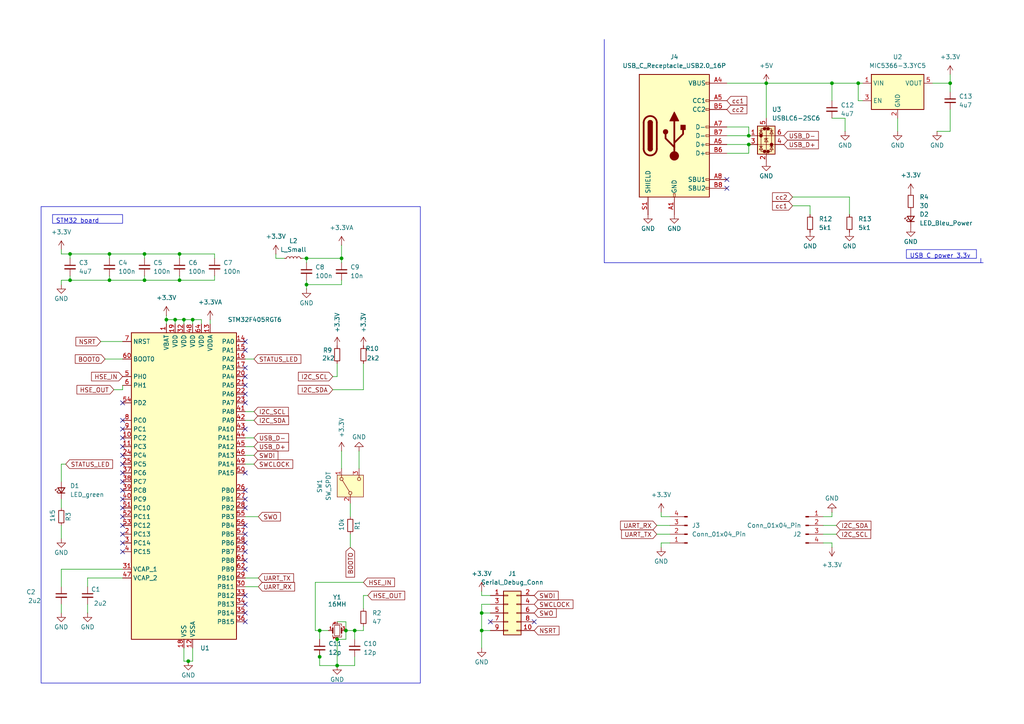
<source format=kicad_sch>
(kicad_sch (version 20231120) (generator "eeschema") (generator_version "8.0")
  (paper "A4")
  (lib_symbols
    (symbol "Connector:Conn_01x04_Pin" (pin_names (offset 1.016) hide)
      (property "Reference" "J" (at 0 5.08 0))
      (property "Value" "Conn_01x04_Pin" (at 0 -7.62 0))
      (symbol "Conn_01x04_Pin_1_1"
        (polyline (pts (xy 1.27 -5.08) (xy 0.8636 -5.08)) (stroke (width 0.1524)))
        (polyline (pts (xy 1.27 -2.54) (xy 0.8636 -2.54)) (stroke (width 0.1524)))
        (polyline (pts (xy 1.27 0) (xy 0.8636 0)) (stroke (width 0.1524)))
        (polyline (pts (xy 1.27 2.54) (xy 0.8636 2.54)) (stroke (width 0.1524)))
        (rectangle (start 0.8636 -4.953) (end 0 -5.207) (stroke (width 0.1524)) (fill (type outline)))
        (rectangle (start 0.8636 -2.413) (end 0 -2.667) (stroke (width 0.1524)) (fill (type outline)))
        (rectangle (start 0.8636 0.127) (end 0 -0.127) (stroke (width 0.1524)) (fill (type outline)))
        (rectangle (start 0.8636 2.667) (end 0 2.413) (stroke (width 0.1524)) (fill (type outline)))
        (pin passive line (at 5.08 2.54 180) (length 3.81) (name "Pin_1") (number "1"))
        (pin passive line (at 5.08 0 180) (length 3.81) (name "Pin_2") (number "2"))
        (pin passive line (at 5.08 -2.54 180) (length 3.81) (name "Pin_3") (number "3"))
        (pin passive line (at 5.08 -5.08 180) (length 3.81) (name "Pin_4") (number "4"))
      )
    )
    (symbol "Connector:USB_C_Receptacle_USB2.0_16P" (pin_names (offset 1.016))
      (property "Reference" "J" (at 0 22.225 0))
      (property "Value" "USB_C_Receptacle_USB2.0_16P" (at 0 19.685 0))
      (symbol "USB_C_Receptacle_USB2.0_16P_0_0"
        (rectangle (start -0.254 -17.78) (end 0.254 -16.764))
        (rectangle (start 10.16 -14.986) (end 9.144 -15.494))
        (rectangle (start 10.16 -12.446) (end 9.144 -12.954))
        (rectangle (start 10.16 -4.826) (end 9.144 -5.334))
        (rectangle (start 10.16 -2.286) (end 9.144 -2.794))
        (rectangle (start 10.16 0.254) (end 9.144 -0.254))
        (rectangle (start 10.16 2.794) (end 9.144 2.286))
        (rectangle (start 10.16 7.874) (end 9.144 7.366))
        (rectangle (start 10.16 10.414) (end 9.144 9.906))
        (rectangle (start 10.16 15.494) (end 9.144 14.986))
      )
      (symbol "USB_C_Receptacle_USB2.0_16P_0_1"
        (rectangle (start -10.16 17.78) (end 10.16 -17.78) (stroke (width 0.254)) (fill (type background)))
        (arc (start -8.89 -3.81) (mid -6.985 -5.7067) (end -5.08 -3.81) (stroke (width 0.508)))
        (arc (start -7.62 -3.81) (mid -6.985 -4.4423) (end -6.35 -3.81) (stroke (width 0.254)))
        (arc (start -7.62 -3.81) (mid -6.985 -4.4423) (end -6.35 -3.81) (stroke (width 0.254)) (fill (type outline)))
        (rectangle (start -7.62 -3.81) (end -6.35 3.81) (stroke (width 0.254)) (fill (type outline)))
        (arc (start -6.35 3.81) (mid -6.985 4.4423) (end -7.62 3.81) (stroke (width 0.254)))
        (arc (start -6.35 3.81) (mid -6.985 4.4423) (end -7.62 3.81) (stroke (width 0.254)) (fill (type outline)))
        (arc (start -5.08 3.81) (mid -6.985 5.7067) (end -8.89 3.81) (stroke (width 0.508)))
        (circle (center -2.54 1.143) (radius 0.635) (stroke (width 0.254)) (fill (type outline)))
        (circle (center 0 -5.842) (radius 1.27) (fill (type outline)))
        (polyline (pts (xy -8.89 -3.81) (xy -8.89 3.81)) (stroke (width 0.508)))
        (polyline (pts (xy -5.08 3.81) (xy -5.08 -3.81)) (stroke (width 0.508)))
        (polyline (pts (xy 0 -5.842) (xy 0 4.318)) (stroke (width 0.508)))
        (polyline (pts (xy 0 -3.302) (xy -2.54 -0.762) (xy -2.54 0.508)) (stroke (width 0.508)))
        (polyline (pts (xy 0 -2.032) (xy 2.54 0.508) (xy 2.54 1.778)) (stroke (width 0.508)))
        (polyline (pts (xy -1.27 4.318) (xy 0 6.858) (xy 1.27 4.318) (xy -1.27 4.318)) (stroke (width 0.254)) (fill (type outline)))
        (rectangle (start 1.905 1.778) (end 3.175 3.048) (stroke (width 0.254)) (fill (type outline)))
      )
      (symbol "USB_C_Receptacle_USB2.0_16P_1_1"
        (pin passive line (at 0 -22.86 90) (length 5.08) (name "GND") (number "A1"))
        (pin passive line (at 0 -22.86 90) (length 5.08) hide (name "GND") (number "A12"))
        (pin passive line (at 15.24 15.24 180) (length 5.08) (name "VBUS") (number "A4"))
        (pin bidirectional line (at 15.24 10.16 180) (length 5.08) (name "CC1") (number "A5"))
        (pin bidirectional line (at 15.24 -2.54 180) (length 5.08) (name "D+") (number "A6"))
        (pin bidirectional line (at 15.24 2.54 180) (length 5.08) (name "D-") (number "A7"))
        (pin bidirectional line (at 15.24 -12.7 180) (length 5.08) (name "SBU1") (number "A8"))
        (pin passive line (at 15.24 15.24 180) (length 5.08) hide (name "VBUS") (number "A9"))
        (pin passive line (at 0 -22.86 90) (length 5.08) hide (name "GND") (number "B1"))
        (pin passive line (at 0 -22.86 90) (length 5.08) hide (name "GND") (number "B12"))
        (pin passive line (at 15.24 15.24 180) (length 5.08) hide (name "VBUS") (number "B4"))
        (pin bidirectional line (at 15.24 7.62 180) (length 5.08) (name "CC2") (number "B5"))
        (pin bidirectional line (at 15.24 -5.08 180) (length 5.08) (name "D+") (number "B6"))
        (pin bidirectional line (at 15.24 0 180) (length 5.08) (name "D-") (number "B7"))
        (pin bidirectional line (at 15.24 -15.24 180) (length 5.08) (name "SBU2") (number "B8"))
        (pin passive line (at 15.24 15.24 180) (length 5.08) hide (name "VBUS") (number "B9"))
        (pin passive line (at -7.62 -22.86 90) (length 5.08) (name "SHIELD") (number "S1"))
      )
    )
    (symbol "Connector_Generic:Conn_02x05_Odd_Even" (pin_names (offset 1.016) hide)
      (property "Reference" "J" (at 1.27 7.62 0))
      (property "Value" "Conn_02x05_Odd_Even" (at 1.27 -7.62 0))
      (symbol "Conn_02x05_Odd_Even_1_1"
        (rectangle (start -1.27 -4.953) (end 0 -5.207) (stroke (width 0.1524)))
        (rectangle (start -1.27 -2.413) (end 0 -2.667) (stroke (width 0.1524)))
        (rectangle (start -1.27 0.127) (end 0 -0.127) (stroke (width 0.1524)))
        (rectangle (start -1.27 2.667) (end 0 2.413) (stroke (width 0.1524)))
        (rectangle (start -1.27 5.207) (end 0 4.953) (stroke (width 0.1524)))
        (rectangle (start -1.27 6.35) (end 3.81 -6.35) (stroke (width 0.254)) (fill (type background)))
        (rectangle (start 3.81 -4.953) (end 2.54 -5.207) (stroke (width 0.1524)))
        (rectangle (start 3.81 -2.413) (end 2.54 -2.667) (stroke (width 0.1524)))
        (rectangle (start 3.81 0.127) (end 2.54 -0.127) (stroke (width 0.1524)))
        (rectangle (start 3.81 2.667) (end 2.54 2.413) (stroke (width 0.1524)))
        (rectangle (start 3.81 5.207) (end 2.54 4.953) (stroke (width 0.1524)))
        (pin passive line (at -5.08 5.08 0) (length 3.81) (name "Pin_1") (number "1"))
        (pin passive line (at 7.62 -5.08 180) (length 3.81) (name "Pin_10") (number "10"))
        (pin passive line (at 7.62 5.08 180) (length 3.81) (name "Pin_2") (number "2"))
        (pin passive line (at -5.08 2.54 0) (length 3.81) (name "Pin_3") (number "3"))
        (pin passive line (at 7.62 2.54 180) (length 3.81) (name "Pin_4") (number "4"))
        (pin passive line (at -5.08 0 0) (length 3.81) (name "Pin_5") (number "5"))
        (pin passive line (at 7.62 0 180) (length 3.81) (name "Pin_6") (number "6"))
        (pin passive line (at -5.08 -2.54 0) (length 3.81) (name "Pin_7") (number "7"))
        (pin passive line (at 7.62 -2.54 180) (length 3.81) (name "Pin_8") (number "8"))
        (pin passive line (at -5.08 -5.08 0) (length 3.81) (name "Pin_9") (number "9"))
      )
    )
    (symbol "Device:C_Small" (pin_numbers hide) (pin_names (offset 0.254) hide)
      (property "Reference" "C" (at 0.254 1.778 0))
      (property "Value" "C_Small" (at 0.254 -2.032 0))
      (symbol "C_Small_0_1"
        (polyline (pts (xy -1.524 -0.508) (xy 1.524 -0.508)) (stroke (width 0.3302)))
        (polyline (pts (xy -1.524 0.508) (xy 1.524 0.508)) (stroke (width 0.3048)))
      )
      (symbol "C_Small_1_1"
        (pin passive line (at 0 2.54 270) (length 2.032) (name "~") (number "1"))
        (pin passive line (at 0 -2.54 90) (length 2.032) (name "~") (number "2"))
      )
    )
    (symbol "Device:Crystal_GND24_Small" (pin_names (offset 1.016) hide)
      (property "Reference" "Y" (at 1.27 4.445 0))
      (property "Value" "Crystal_GND24_Small" (at 1.27 2.54 0))
      (symbol "Crystal_GND24_Small_0_1"
        (rectangle (start -0.762 -1.524) (end 0.762 1.524))
        (polyline (pts (xy -1.27 -0.762) (xy -1.27 0.762)) (stroke (width 0.381)))
        (polyline (pts (xy 1.27 -0.762) (xy 1.27 0.762)) (stroke (width 0.381)))
        (polyline (pts (xy -1.27 -1.27) (xy -1.27 -1.905) (xy 1.27 -1.905) (xy 1.27 -1.27)))
        (polyline (pts (xy -1.27 1.27) (xy -1.27 1.905) (xy 1.27 1.905) (xy 1.27 1.27)))
      )
      (symbol "Crystal_GND24_Small_1_1"
        (pin passive line (at -2.54 0 0) (length 1.27) (name "1") (number "1"))
        (pin passive line (at 0 -2.54 90) (length 0.635) (name "2") (number "2"))
        (pin passive line (at 2.54 0 180) (length 1.27) (name "3") (number "3"))
        (pin passive line (at 0 2.54 270) (length 0.635) (name "4") (number "4"))
      )
    )
    (symbol "Device:LED_Small" (pin_numbers hide) (pin_names (offset 0.254) hide)
      (property "Reference" "D" (at -1.27 3.175 0))
      (property "Value" "LED_Small" (at -4.445 -2.54 0))
      (symbol "LED_Small_0_1"
        (polyline (pts (xy -0.762 -1.016) (xy -0.762 1.016)) (stroke (width 0.254)))
        (polyline (pts (xy 1.016 0) (xy -0.762 0)))
        (polyline (pts (xy 0.762 -1.016) (xy -0.762 0) (xy 0.762 1.016) (xy 0.762 -1.016)) (stroke (width 0.254)))
        (polyline (pts (xy 0 0.762) (xy -0.508 1.27) (xy -0.254 1.27) (xy -0.508 1.27) (xy -0.508 1.016)))
        (polyline (pts (xy 0.508 1.27) (xy 0 1.778) (xy 0.254 1.778) (xy 0 1.778) (xy 0 1.524)))
      )
      (symbol "LED_Small_1_1"
        (pin passive line (at -2.54 0 0) (length 1.778) (name "K") (number "1"))
        (pin passive line (at 2.54 0 180) (length 1.778) (name "A") (number "2"))
      )
    )
    (symbol "Device:L_Small" (pin_numbers hide) (pin_names (offset 0.254) hide)
      (property "Reference" "L" (at 0.762 1.016 0))
      (property "Value" "L_Small" (at 0.762 -1.016 0))
      (symbol "L_Small_0_1"
        (arc (start 0 -2.032) (mid 0.5058 -1.524) (end 0 -1.016))
        (arc (start 0 -1.016) (mid 0.5058 -0.508) (end 0 0))
        (arc (start 0 0) (mid 0.5058 0.508) (end 0 1.016))
        (arc (start 0 1.016) (mid 0.5058 1.524) (end 0 2.032))
      )
      (symbol "L_Small_1_1"
        (pin passive line (at 0 2.54 270) (length 0.508) (name "~") (number "1"))
        (pin passive line (at 0 -2.54 90) (length 0.508) (name "~") (number "2"))
      )
    )
    (symbol "Device:R_Small" (pin_numbers hide) (pin_names (offset 0.254) hide)
      (property "Reference" "R" (at 0.762 0.508 0))
      (property "Value" "R_Small" (at 0.762 -1.016 0))
      (symbol "R_Small_0_1"
        (rectangle (start -0.762 1.778) (end 0.762 -1.778) (stroke (width 0.2032)))
      )
      (symbol "R_Small_1_1"
        (pin passive line (at 0 2.54 270) (length 0.762) (name "~") (number "1"))
        (pin passive line (at 0 -2.54 90) (length 0.762) (name "~") (number "2"))
      )
    )
    (symbol "MCU_ST_STM32F4:STM32F405RGTx"
      (property "Reference" "U" (at -15.24 46.99 0))
      (property "Value" "STM32F405RGTx" (at 10.16 46.99 0))
      (symbol "STM32F405RGTx_0_1"
        (rectangle (start -15.24 -43.18) (end 15.24 45.72) (stroke (width 0.254)) (fill (type background)))
      )
      (symbol "STM32F405RGTx_1_1"
        (pin power_in line (at -5.08 48.26 270) (length 2.54) (name "VBAT") (number "1"))
        (pin bidirectional line (at -17.78 15.24 0) (length 2.54) (name "PC2") (number "10"))
        (pin bidirectional line (at -17.78 12.7 0) (length 2.54) (name "PC3") (number "11"))
        (pin power_in line (at 2.54 -45.72 90) (length 2.54) (name "VSSA") (number "12"))
        (pin power_in line (at 7.62 48.26 270) (length 2.54) (name "VDDA") (number "13"))
        (pin bidirectional line (at 17.78 43.18 180) (length 2.54) (name "PA0") (number "14"))
        (pin bidirectional line (at 17.78 40.64 180) (length 2.54) (name "PA1") (number "15"))
        (pin bidirectional line (at 17.78 38.1 180) (length 2.54) (name "PA2") (number "16"))
        (pin bidirectional line (at 17.78 35.56 180) (length 2.54) (name "PA3") (number "17"))
        (pin power_in line (at 0 -45.72 90) (length 2.54) (name "VSS") (number "18"))
        (pin power_in line (at -2.54 48.26 270) (length 2.54) (name "VDD") (number "19"))
        (pin bidirectional line (at -17.78 -12.7 0) (length 2.54) (name "PC13") (number "2"))
        (pin bidirectional line (at 17.78 33.02 180) (length 2.54) (name "PA4") (number "20"))
        (pin bidirectional line (at 17.78 30.48 180) (length 2.54) (name "PA5") (number "21"))
        (pin bidirectional line (at 17.78 27.94 180) (length 2.54) (name "PA6") (number "22"))
        (pin bidirectional line (at 17.78 25.4 180) (length 2.54) (name "PA7") (number "23"))
        (pin bidirectional line (at -17.78 10.16 0) (length 2.54) (name "PC4") (number "24"))
        (pin bidirectional line (at -17.78 7.62 0) (length 2.54) (name "PC5") (number "25"))
        (pin bidirectional line (at 17.78 0 180) (length 2.54) (name "PB0") (number "26"))
        (pin bidirectional line (at 17.78 -2.54 180) (length 2.54) (name "PB1") (number "27"))
        (pin bidirectional line (at 17.78 -5.08 180) (length 2.54) (name "PB2") (number "28"))
        (pin bidirectional line (at 17.78 -25.4 180) (length 2.54) (name "PB10") (number "29"))
        (pin bidirectional line (at -17.78 -15.24 0) (length 2.54) (name "PC14") (number "3"))
        (pin bidirectional line (at 17.78 -27.94 180) (length 2.54) (name "PB11") (number "30"))
        (pin power_out line (at -17.78 -22.86 0) (length 2.54) (name "VCAP_1") (number "31"))
        (pin power_in line (at 0 48.26 270) (length 2.54) (name "VDD") (number "32"))
        (pin bidirectional line (at 17.78 -30.48 180) (length 2.54) (name "PB12") (number "33"))
        (pin bidirectional line (at 17.78 -33.02 180) (length 2.54) (name "PB13") (number "34"))
        (pin bidirectional line (at 17.78 -35.56 180) (length 2.54) (name "PB14") (number "35"))
        (pin bidirectional line (at 17.78 -38.1 180) (length 2.54) (name "PB15") (number "36"))
        (pin bidirectional line (at -17.78 5.08 0) (length 2.54) (name "PC6") (number "37"))
        (pin bidirectional line (at -17.78 2.54 0) (length 2.54) (name "PC7") (number "38"))
        (pin bidirectional line (at -17.78 0 0) (length 2.54) (name "PC8") (number "39"))
        (pin bidirectional line (at -17.78 -17.78 0) (length 2.54) (name "PC15") (number "4"))
        (pin bidirectional line (at -17.78 -2.54 0) (length 2.54) (name "PC9") (number "40"))
        (pin bidirectional line (at 17.78 22.86 180) (length 2.54) (name "PA8") (number "41"))
        (pin bidirectional line (at 17.78 20.32 180) (length 2.54) (name "PA9") (number "42"))
        (pin bidirectional line (at 17.78 17.78 180) (length 2.54) (name "PA10") (number "43"))
        (pin bidirectional line (at 17.78 15.24 180) (length 2.54) (name "PA11") (number "44"))
        (pin bidirectional line (at 17.78 12.7 180) (length 2.54) (name "PA12") (number "45"))
        (pin bidirectional line (at 17.78 10.16 180) (length 2.54) (name "PA13") (number "46"))
        (pin power_out line (at -17.78 -25.4 0) (length 2.54) (name "VCAP_2") (number "47"))
        (pin power_in line (at 2.54 48.26 270) (length 2.54) (name "VDD") (number "48"))
        (pin bidirectional line (at 17.78 7.62 180) (length 2.54) (name "PA14") (number "49"))
        (pin bidirectional line (at -17.78 33.02 0) (length 2.54) (name "PH0") (number "5"))
        (pin bidirectional line (at 17.78 5.08 180) (length 2.54) (name "PA15") (number "50"))
        (pin bidirectional line (at -17.78 -5.08 0) (length 2.54) (name "PC10") (number "51"))
        (pin bidirectional line (at -17.78 -7.62 0) (length 2.54) (name "PC11") (number "52"))
        (pin bidirectional line (at -17.78 -10.16 0) (length 2.54) (name "PC12") (number "53"))
        (pin bidirectional line (at -17.78 25.4 0) (length 2.54) (name "PD2") (number "54"))
        (pin bidirectional line (at 17.78 -7.62 180) (length 2.54) (name "PB3") (number "55"))
        (pin bidirectional line (at 17.78 -10.16 180) (length 2.54) (name "PB4") (number "56"))
        (pin bidirectional line (at 17.78 -12.7 180) (length 2.54) (name "PB5") (number "57"))
        (pin bidirectional line (at 17.78 -15.24 180) (length 2.54) (name "PB6") (number "58"))
        (pin bidirectional line (at 17.78 -17.78 180) (length 2.54) (name "PB7") (number "59"))
        (pin bidirectional line (at -17.78 30.48 0) (length 2.54) (name "PH1") (number "6"))
        (pin input line (at -17.78 38.1 0) (length 2.54) (name "BOOT0") (number "60"))
        (pin bidirectional line (at 17.78 -20.32 180) (length 2.54) (name "PB8") (number "61"))
        (pin bidirectional line (at 17.78 -22.86 180) (length 2.54) (name "PB9") (number "62"))
        (pin passive line (at 0 -45.72 90) (length 2.54) hide (name "VSS") (number "63"))
        (pin power_in line (at 5.08 48.26 270) (length 2.54) (name "VDD") (number "64"))
        (pin input line (at -17.78 43.18 0) (length 2.54) (name "NRST") (number "7"))
        (pin bidirectional line (at -17.78 20.32 0) (length 2.54) (name "PC0") (number "8"))
        (pin bidirectional line (at -17.78 17.78 0) (length 2.54) (name "PC1") (number "9"))
      )
    )
    (symbol "Power_Protection:USBLC6-2SC6" (pin_names hide)
      (property "Reference" "U" (at 0.635 5.715 0))
      (property "Value" "USBLC6-2SC6" (at 0.635 3.81 0))
      (symbol "USBLC6-2SC6_0_0"
        (circle (center -1.524 0) (radius 0.0001) (stroke (width 0.508)))
        (circle (center -0.508 -4.572) (radius 0.0001) (stroke (width 0.508)))
        (circle (center -0.508 2.032) (radius 0.0001) (stroke (width 0.508)))
        (circle (center 0.508 -4.572) (radius 0.0001) (stroke (width 0.508)))
        (circle (center 0.508 2.032) (radius 0.0001) (stroke (width 0.508)))
        (circle (center 1.524 -2.54) (radius 0.0001) (stroke (width 0.508)))
      )
      (symbol "USBLC6-2SC6_0_1"
        (polyline (pts (xy -2.54 -2.54) (xy 2.54 -2.54)))
        (polyline (pts (xy -2.54 0) (xy 2.54 0)))
        (polyline (pts (xy -2.032 -3.048) (xy -1.016 -3.048)))
        (polyline (pts (xy -1.016 1.524) (xy -2.032 1.524)))
        (polyline (pts (xy 1.016 -3.048) (xy 2.032 -3.048)))
        (polyline (pts (xy 1.016 1.524) (xy 2.032 1.524)))
        (polyline (pts (xy -0.508 -1.143) (xy -0.508 -0.762) (xy 0.508 -0.762)))
        (polyline (pts (xy -2.032 0.508) (xy -1.016 0.508) (xy -1.524 1.524) (xy -2.032 0.508)))
        (polyline (pts (xy -1.016 -4.064) (xy -2.032 -4.064) (xy -1.524 -3.048) (xy -1.016 -4.064)))
        (polyline (pts (xy 0.508 -1.778) (xy -0.508 -1.778) (xy 0 -0.762) (xy 0.508 -1.778)))
        (polyline (pts (xy 2.032 -4.064) (xy 1.016 -4.064) (xy 1.524 -3.048) (xy 2.032 -4.064)))
        (polyline (pts (xy 2.032 0.508) (xy 1.016 0.508) (xy 1.524 1.524) (xy 2.032 0.508)))
        (polyline (pts (xy 0 2.54) (xy -0.508 2.032) (xy 0.508 2.032) (xy 0 1.524) (xy 0 -4.064) (xy -0.508 -4.572) (xy 0.508 -4.572) (xy 0 -5.08)))
      )
      (symbol "USBLC6-2SC6_1_1"
        (rectangle (start -2.54 2.794) (end 2.54 -5.334) (stroke (width 0.254)) (fill (type background)))
        (polyline (pts (xy -0.508 2.032) (xy -1.524 2.032) (xy -1.524 -4.572) (xy -0.508 -4.572)))
        (polyline (pts (xy 0.508 -4.572) (xy 1.524 -4.572) (xy 1.524 2.032) (xy 0.508 2.032)))
        (pin passive line (at -5.08 0 0) (length 2.54) (name "I/O1") (number "1"))
        (pin passive line (at 0 -7.62 90) (length 2.54) (name "GND") (number "2"))
        (pin passive line (at -5.08 -2.54 0) (length 2.54) (name "I/O2") (number "3"))
        (pin passive line (at 5.08 -2.54 180) (length 2.54) (name "I/O2") (number "4"))
        (pin passive line (at 0 5.08 270) (length 2.54) (name "VBUS") (number "5"))
        (pin passive line (at 5.08 0 180) (length 2.54) (name "I/O1") (number "6"))
      )
    )
    (symbol "Regulator_Linear:MIC5366-3.3YC5"
      (property "Reference" "U" (at -6.35 6.35 0))
      (property "Value" "MIC5366-3.3YC5" (at 0 6.35 0))
      (symbol "MIC5366-3.3YC5_0_1"
        (rectangle (start -7.62 -5.08) (end 7.62 5.08) (stroke (width 0.254)) (fill (type background)))
      )
      (symbol "MIC5366-3.3YC5_1_1"
        (pin power_in line (at -10.16 2.54 0) (length 2.54) (name "VIN") (number "1"))
        (pin power_in line (at 0 -7.62 90) (length 2.54) (name "GND") (number "2"))
        (pin input line (at -10.16 -2.54 0) (length 2.54) (name "EN") (number "3"))
        (pin no_connect line (at 7.62 -2.54 180) (length 2.54) hide (name "NC") (number "4"))
        (pin power_out line (at 10.16 2.54 180) (length 2.54) (name "VOUT") (number "5"))
      )
    )
    (symbol "Switch:SW_SPDT" (pin_names (offset 0) hide)
      (property "Reference" "SW" (at 0 5.08 0))
      (property "Value" "SW_SPDT" (at 0 -5.08 0))
      (symbol "SW_SPDT_0_1"
        (circle (center -2.032 0) (radius 0.4572))
        (polyline (pts (xy -1.651 0.254) (xy 1.651 2.286)))
        (circle (center 2.032 -2.54) (radius 0.4572))
        (circle (center 2.032 2.54) (radius 0.4572))
      )
      (symbol "SW_SPDT_1_1"
        (rectangle (start -3.175 3.81) (end 3.175 -3.81) (fill (type background)))
        (pin passive line (at 5.08 2.54 180) (length 2.54) (name "A") (number "1"))
        (pin passive line (at -5.08 0 0) (length 2.54) (name "B") (number "2"))
        (pin passive line (at 5.08 -2.54 180) (length 2.54) (name "C") (number "3"))
      )
    )
    (symbol "power:+3.3V" (power) (pin_numbers hide) (pin_names (offset 0) hide)
      (property "Value" "+3.3V" (at 0 3.556 0))
      (symbol "+3.3V_0_1"
        (polyline (pts (xy -0.762 1.27) (xy 0 2.54)))
        (polyline (pts (xy 0 0) (xy 0 2.54)))
        (polyline (pts (xy 0 2.54) (xy 0.762 1.27)))
      )
      (symbol "+3.3V_1_1"
        (pin power_in line (at 0 0 90) (length 0) (name "~") (number "1"))
      )
    )
    (symbol "power:+3.3VA" (power) (pin_numbers hide) (pin_names (offset 0) hide)
      (property "Value" "+3.3VA" (at 0 3.556 0))
      (symbol "+3.3VA_0_1"
        (polyline (pts (xy -0.762 1.27) (xy 0 2.54)))
        (polyline (pts (xy 0 0) (xy 0 2.54)))
        (polyline (pts (xy 0 2.54) (xy 0.762 1.27)))
      )
      (symbol "+3.3VA_1_1"
        (pin power_in line (at 0 0 90) (length 0) (name "~") (number "1"))
      )
    )
    (symbol "power:+5V" (power) (pin_numbers hide) (pin_names (offset 0) hide)
      (property "Value" "+5V" (at 0 3.556 0))
      (symbol "+5V_0_1"
        (polyline (pts (xy -0.762 1.27) (xy 0 2.54)))
        (polyline (pts (xy 0 0) (xy 0 2.54)))
        (polyline (pts (xy 0 2.54) (xy 0.762 1.27)))
      )
      (symbol "+5V_1_1"
        (pin power_in line (at 0 0 90) (length 0) (name "~") (number "1"))
      )
    )
    (symbol "power:GND" (power) (pin_numbers hide) (pin_names (offset 0) hide)
      (property "Value" "GND" (at 0 -3.81 0))
      (symbol "GND_0_1"
        (polyline (pts (xy 0 0) (xy 0 -1.27) (xy 1.27 -1.27) (xy 0 -2.54) (xy -1.27 -1.27) (xy 0 -1.27)))
      )
      (symbol "GND_1_1"
        (pin power_in line (at 0 0 270) (length 0) (name "~") (number "1"))
      )
    )
  )
  (junction (at 41.91 73.66))
  (junction (at 248.92 24.13))
  (junction (at 54.61 191.77))
  (junction (at 97.79 193.04))
  (junction (at 92.71 182.88))
  (junction (at 50.8 92.71))
  (junction (at 92.71 190.5))
  (junction (at 52.07 81.28))
  (junction (at 100.33 182.88))
  (junction (at 52.07 73.66))
  (junction (at 217.17 39.37))
  (junction (at 31.75 81.28))
  (junction (at 55.88 92.71))
  (junction (at 99.06 74.93))
  (junction (at 88.9 82.55))
  (junction (at 139.7 182.88))
  (junction (at 102.87 182.88))
  (junction (at 275.59 24.13))
  (junction (at 53.34 92.71))
  (junction (at 41.91 81.28))
  (junction (at 139.7 177.8))
  (junction (at 241.3 24.13))
  (junction (at 88.9 74.93))
  (junction (at 217.17 41.91))
  (junction (at 222.25 24.13))
  (junction (at 97.79 185.42))
  (junction (at 48.26 92.71))
  (junction (at 20.32 73.66))
  (junction (at 31.75 73.66))
  (junction (at 20.32 81.28))
  (no_connect (at 71.12 162.56))
  (no_connect (at 71.12 124.46))
  (no_connect (at 71.12 101.6))
  (no_connect (at 71.12 99.06))
  (no_connect (at 35.56 134.62))
  (no_connect (at 71.12 114.3))
  (no_connect (at 35.56 137.16))
  (no_connect (at 35.56 132.08))
  (no_connect (at 35.56 142.24))
  (no_connect (at 35.56 152.4))
  (no_connect (at 71.12 116.84))
  (no_connect (at 210.82 54.61))
  (no_connect (at 71.12 177.8))
  (no_connect (at 71.12 157.48))
  (no_connect (at 35.56 127))
  (no_connect (at 35.56 139.7))
  (no_connect (at 35.56 154.94))
  (no_connect (at 35.56 144.78))
  (no_connect (at 71.12 106.68))
  (no_connect (at 35.56 160.02))
  (no_connect (at 35.56 157.48))
  (no_connect (at 71.12 160.02))
  (no_connect (at 71.12 175.26))
  (no_connect (at 71.12 152.4))
  (no_connect (at 154.94 180.34))
  (no_connect (at 71.12 109.22))
  (no_connect (at 142.24 180.34))
  (no_connect (at 35.56 129.54))
  (no_connect (at 71.12 147.32))
  (no_connect (at 35.56 149.86))
  (no_connect (at 35.56 124.46))
  (no_connect (at 71.12 142.24))
  (no_connect (at 71.12 137.16))
  (no_connect (at 71.12 154.94))
  (no_connect (at 35.56 147.32))
  (no_connect (at 35.56 121.92))
  (no_connect (at 35.56 116.84))
  (no_connect (at 71.12 111.76))
  (no_connect (at 71.12 144.78))
  (no_connect (at 210.82 52.07))
  (no_connect (at 71.12 172.72))
  (no_connect (at 71.12 180.34))
  (no_connect (at 71.12 165.1))
  (wire (pts (xy 17.78 152.4) (xy 17.78 156.21)))
  (wire (pts (xy 99.06 81.28) (xy 99.06 82.55)))
  (wire (pts (xy 17.78 134.62) (xy 17.78 139.7)))
  (wire (pts (xy 31.75 73.66) (xy 41.91 73.66)))
  (wire (pts (xy 139.7 182.88) (xy 139.7 177.8)))
  (wire (pts (xy 97.79 193.04) (xy 102.87 193.04)))
  (wire (pts (xy 25.4 175.26) (xy 25.4 177.8)))
  (wire (pts (xy 100.33 180.34) (xy 100.33 182.88)))
  (wire (pts (xy 191.77 148.59) (xy 191.77 149.86)))
  (wire (pts (xy 48.26 92.71) (xy 50.8 92.71)))
  (wire (pts (xy 52.07 73.66) (xy 62.23 73.66)))
  (wire (pts (xy 17.78 165.1) (xy 17.78 170.18)))
  (wire (pts (xy 210.82 41.91) (xy 217.17 41.91)))
  (wire (pts (xy 41.91 81.28) (xy 52.07 81.28)))
  (wire (pts (xy 55.88 187.96) (xy 55.88 191.77)))
  (wire (pts (xy 50.8 92.71) (xy 50.8 93.98)))
  (wire (pts (xy 53.34 187.96) (xy 53.34 191.77)))
  (wire (pts (xy 190.5 154.94) (xy 194.31 154.94)))
  (wire (pts (xy 35.56 165.1) (xy 17.78 165.1)))
  (wire (pts (xy 92.71 193.04) (xy 97.79 193.04)))
  (wire (pts (xy 222.25 24.13) (xy 222.25 34.29)))
  (wire (pts (xy 97.79 180.34) (xy 100.33 180.34)))
  (wire (pts (xy 55.88 92.71) (xy 58.42 92.71)))
  (wire (pts (xy 105.41 176.53) (xy 105.41 172.72)))
  (wire (pts (xy 97.79 109.22) (xy 97.79 105.41)))
  (wire (pts (xy 105.41 181.61) (xy 105.41 182.88)))
  (wire (pts (xy 71.12 104.14) (xy 73.66 104.14)))
  (wire (pts (xy 25.4 167.64) (xy 25.4 170.18)))
  (wire (pts (xy 71.12 129.54) (xy 73.66 129.54)))
  (wire (pts (xy 55.88 92.71) (xy 55.88 93.98)))
  (wire (pts (xy 29.21 99.06) (xy 35.56 99.06)))
  (wire (pts (xy 71.12 170.18) (xy 74.93 170.18)))
  (wire (pts (xy 96.52 109.22) (xy 97.79 109.22)))
  (wire (pts (xy 31.75 74.93) (xy 31.75 73.66)))
  (wire (pts (xy 80.01 73.66) (xy 80.01 74.93)))
  (wire (pts (xy 241.3 24.13) (xy 222.25 24.13)))
  (wire (pts (xy 101.6 158.75) (xy 101.6 154.94)))
  (wire (pts (xy 48.26 91.44) (xy 48.26 92.71)))
  (wire (pts (xy 139.7 177.8) (xy 139.7 175.26)))
  (wire (pts (xy 242.57 152.4) (xy 238.76 152.4)))
  (wire (pts (xy 52.07 80.01) (xy 52.07 81.28)))
  (wire (pts (xy 210.82 39.37) (xy 217.17 39.37)))
  (wire (pts (xy 48.26 92.71) (xy 48.26 93.98)))
  (wire (pts (xy 60.96 92.71) (xy 60.96 93.98)))
  (wire (pts (xy 241.3 157.48) (xy 238.76 157.48)))
  (polyline (pts (xy 175.26 11.43) (xy 175.26 76.2)))
  (wire (pts (xy 71.12 127) (xy 73.66 127)))
  (wire (pts (xy 92.71 185.42) (xy 92.71 182.88)))
  (wire (pts (xy 87.63 74.93) (xy 88.9 74.93)))
  (wire (pts (xy 50.8 92.71) (xy 53.34 92.71)))
  (wire (pts (xy 234.95 59.69) (xy 234.95 62.23)))
  (wire (pts (xy 105.41 168.91) (xy 91.44 168.91)))
  (wire (pts (xy 217.17 44.45) (xy 217.17 41.91)))
  (wire (pts (xy 190.5 152.4) (xy 194.31 152.4)))
  (wire (pts (xy 71.12 132.08) (xy 73.66 132.08)))
  (wire (pts (xy 91.44 168.91) (xy 91.44 182.88)))
  (wire (pts (xy 217.17 36.83) (xy 217.17 39.37)))
  (wire (pts (xy 210.82 24.13) (xy 222.25 24.13)))
  (wire (pts (xy 101.6 149.86) (xy 101.6 146.05)))
  (wire (pts (xy 99.06 82.55) (xy 88.9 82.55)))
  (wire (pts (xy 31.75 80.01) (xy 31.75 81.28)))
  (wire (pts (xy 31.75 81.28) (xy 41.91 81.28)))
  (wire (pts (xy 191.77 157.48) (xy 191.77 158.75)))
  (wire (pts (xy 102.87 193.04) (xy 102.87 190.5)))
  (wire (pts (xy 17.78 175.26) (xy 17.78 177.8)))
  (wire (pts (xy 102.87 185.42) (xy 102.87 182.88)))
  (wire (pts (xy 194.31 157.48) (xy 191.77 157.48)))
  (wire (pts (xy 17.78 72.39) (xy 17.78 73.66)))
  (wire (pts (xy 275.59 31.75) (xy 275.59 38.1)))
  (wire (pts (xy 97.79 185.42) (xy 100.33 185.42)))
  (wire (pts (xy 229.87 59.69) (xy 234.95 59.69)))
  (wire (pts (xy 80.01 74.93) (xy 82.55 74.93)))
  (wire (pts (xy 55.88 191.77) (xy 54.61 191.77)))
  (wire (pts (xy 102.87 182.88) (xy 100.33 182.88)))
  (wire (pts (xy 17.78 144.78) (xy 17.78 147.32)))
  (wire (pts (xy 92.71 193.04) (xy 92.71 190.5)))
  (wire (pts (xy 41.91 80.01) (xy 41.91 81.28)))
  (polyline (pts (xy 175.26 76.2) (xy 285.1708 76.2)))
  (polyline (pts (xy 284.48 76.2) (xy 284.48 74.93)))
  (wire (pts (xy 88.9 74.93) (xy 88.9 76.2)))
  (wire (pts (xy 62.23 80.01) (xy 62.23 81.28)))
  (wire (pts (xy 275.59 24.13) (xy 270.51 24.13)))
  (wire (pts (xy 275.59 21.59) (xy 275.59 24.13)))
  (wire (pts (xy 97.79 185.42) (xy 97.79 193.04)))
  (wire (pts (xy 238.76 149.86) (xy 241.3 149.86)))
  (wire (pts (xy 53.34 191.77) (xy 54.61 191.77)))
  (wire (pts (xy 102.87 182.88) (xy 105.41 182.88)))
  (wire (pts (xy 41.91 74.93) (xy 41.91 73.66)))
  (wire (pts (xy 241.3 34.29) (xy 245.11 34.29)))
  (wire (pts (xy 41.91 73.66) (xy 52.07 73.66)))
  (wire (pts (xy 241.3 149.86) (xy 241.3 148.59)))
  (wire (pts (xy 139.7 182.88) (xy 142.24 182.88)))
  (wire (pts (xy 260.35 34.29) (xy 260.35 38.1)))
  (wire (pts (xy 99.06 74.93) (xy 99.06 76.2)))
  (wire (pts (xy 91.44 182.88) (xy 92.71 182.88)))
  (wire (pts (xy 241.3 158.75) (xy 241.3 157.48)))
  (wire (pts (xy 250.19 29.21) (xy 248.92 29.21)))
  (wire (pts (xy 17.78 82.55) (xy 17.78 81.28)))
  (wire (pts (xy 35.56 113.03) (xy 35.56 111.76)))
  (wire (pts (xy 35.56 167.64) (xy 25.4 167.64)))
  (wire (pts (xy 58.42 92.71) (xy 58.42 93.98)))
  (wire (pts (xy 71.12 149.86) (xy 74.93 149.86)))
  (wire (pts (xy 20.32 73.66) (xy 31.75 73.66)))
  (wire (pts (xy 248.92 29.21) (xy 248.92 24.13)))
  (wire (pts (xy 52.07 74.93) (xy 52.07 73.66)))
  (wire (pts (xy 246.38 57.15) (xy 246.38 62.23)))
  (wire (pts (xy 17.78 81.28) (xy 20.32 81.28)))
  (wire (pts (xy 88.9 82.55) (xy 88.9 83.82)))
  (wire (pts (xy 71.12 119.38) (xy 73.66 119.38)))
  (wire (pts (xy 241.3 24.13) (xy 241.3 29.21)))
  (wire (pts (xy 210.82 44.45) (xy 217.17 44.45)))
  (wire (pts (xy 19.05 134.62) (xy 17.78 134.62)))
  (wire (pts (xy 139.7 171.45) (xy 139.7 172.72)))
  (wire (pts (xy 241.3 24.13) (xy 248.92 24.13)))
  (wire (pts (xy 229.87 57.15) (xy 246.38 57.15)))
  (wire (pts (xy 52.07 81.28) (xy 62.23 81.28)))
  (wire (pts (xy 275.59 38.1) (xy 271.78 38.1)))
  (wire (pts (xy 99.06 135.89) (xy 99.06 130.81)))
  (wire (pts (xy 88.9 74.93) (xy 99.06 74.93)))
  (wire (pts (xy 53.34 92.71) (xy 53.34 93.98)))
  (wire (pts (xy 105.41 113.03) (xy 105.41 105.41)))
  (wire (pts (xy 33.02 113.03) (xy 35.56 113.03)))
  (wire (pts (xy 20.32 80.01) (xy 20.32 81.28)))
  (wire (pts (xy 71.12 134.62) (xy 73.66 134.62)))
  (wire (pts (xy 71.12 167.64) (xy 74.93 167.64)))
  (wire (pts (xy 275.59 24.13) (xy 275.59 26.67)))
  (wire (pts (xy 210.82 36.83) (xy 217.17 36.83)))
  (wire (pts (xy 242.57 154.94) (xy 238.76 154.94)))
  (wire (pts (xy 20.32 74.93) (xy 20.32 73.66)))
  (wire (pts (xy 17.78 73.66) (xy 20.32 73.66)))
  (wire (pts (xy 30.48 104.14) (xy 35.56 104.14)))
  (wire (pts (xy 139.7 187.96) (xy 139.7 182.88)))
  (wire (pts (xy 53.34 92.71) (xy 55.88 92.71)))
  (wire (pts (xy 100.33 182.88) (xy 100.33 185.42)))
  (wire (pts (xy 139.7 175.26) (xy 142.24 175.26)))
  (wire (pts (xy 20.32 81.28) (xy 31.75 81.28)))
  (wire (pts (xy 71.12 121.92) (xy 73.66 121.92)))
  (wire (pts (xy 92.71 189.23) (xy 92.71 190.5)))
  (wire (pts (xy 88.9 81.28) (xy 88.9 82.55)))
  (wire (pts (xy 191.77 149.86) (xy 194.31 149.86)))
  (wire (pts (xy 104.14 135.89) (xy 104.14 130.81)))
  (wire (pts (xy 105.41 172.72) (xy 106.68 172.72)))
  (wire (pts (xy 139.7 172.72) (xy 142.24 172.72)))
  (wire (pts (xy 99.06 71.12) (xy 99.06 74.93)))
  (wire (pts (xy 245.11 34.29) (xy 245.11 38.1)))
  (wire (pts (xy 62.23 73.66) (xy 62.23 74.93)))
  (wire (pts (xy 96.52 113.03) (xy 105.41 113.03)))
  (wire (pts (xy 92.71 182.88) (xy 95.25 182.88)))
  (wire (pts (xy 248.92 24.13) (xy 250.19 24.13)))
  (wire (pts (xy 139.7 177.8) (xy 142.24 177.8)))
  (rectangle (start 11.9199 59.9199) (end 121.92 198.12))
  (text_box "STM32 board\n" (at 15.24 62.23 0) (size 20.32 2.54) (effects (font (size 1.27 1.27)) (justify left top)))
  (text_box "USB C power 3.3v\n" (at 262.89 72.39 0) (size 20.32 2.54) (effects (font (size 1.27 1.27)) (justify left top)))
  (global_label "USB_D+" (shape input) (at 227.33 41.91 0) (property "Intersheetrefs" "${INTERSHEET_REFS}" (effects (hide yes))))
  (global_label "I2C_SDA" (shape input) (at 96.52 113.03 180) (property "Intersheetrefs" "${INTERSHEET_REFS}" (effects (hide yes))))
  (global_label "I2C_SCL" (shape input) (at 96.52 109.22 180) (property "Intersheetrefs" "${INTERSHEET_REFS}" (effects (hide yes))))
  (global_label "HSE_OUT" (shape input) (at 106.68 172.72 0) (property "Intersheetrefs" "${INTERSHEET_REFS}" (effects (hide yes))))
  (global_label "BOOTO" (shape input) (at 30.48 104.14 180) (property "Intersheetrefs" "${INTERSHEET_REFS}" (effects (hide yes))))
  (global_label "HSE_OUT" (shape input) (at 33.02 113.03 180) (property "Intersheetrefs" "${INTERSHEET_REFS}" (effects (hide yes))))
  (global_label "SWCLOCK" (shape input) (at 154.94 175.26 0) (property "Intersheetrefs" "${INTERSHEET_REFS}" (effects (hide yes))))
  (global_label "UART_TX" (shape input) (at 74.93 167.64 0) (property "Intersheetrefs" "${INTERSHEET_REFS}" (effects (hide yes))))
  (global_label "SWO" (shape input) (at 154.94 177.8 0) (property "Intersheetrefs" "${INTERSHEET_REFS}" (effects (hide yes))))
  (global_label "USB_D-" (shape input) (at 227.33 39.37 0) (property "Intersheetrefs" "${INTERSHEET_REFS}" (effects (hide yes))))
  (global_label "SWCLOCK" (shape input) (at 73.66 134.62 0) (property "Intersheetrefs" "${INTERSHEET_REFS}" (effects (hide yes))))
  (global_label "UART_TX" (shape input) (at 190.5 154.94 180) (property "Intersheetrefs" "${INTERSHEET_REFS}" (effects (hide yes))))
  (global_label "HSE_IN" (shape input) (at 105.41 168.91 0) (property "Intersheetrefs" "${INTERSHEET_REFS}" (effects (hide yes))))
  (global_label "UART_RX" (shape input) (at 190.5 152.4 180) (property "Intersheetrefs" "${INTERSHEET_REFS}" (effects (hide yes))))
  (global_label "NSRT" (shape input) (at 154.94 182.88 0) (property "Intersheetrefs" "${INTERSHEET_REFS}" (effects (hide yes))))
  (global_label "USB_D-" (shape input) (at 73.66 127 0) (property "Intersheetrefs" "${INTERSHEET_REFS}" (effects (hide yes))))
  (global_label "NSRT" (shape input) (at 29.21 99.06 180) (property "Intersheetrefs" "${INTERSHEET_REFS}" (effects (hide yes))))
  (global_label "UART_RX" (shape input) (at 74.93 170.18 0) (property "Intersheetrefs" "${INTERSHEET_REFS}" (effects (hide yes))))
  (global_label "cc1" (shape input) (at 229.87 59.69 180) (property "Intersheetrefs" "${INTERSHEET_REFS}" (effects (hide yes))))
  (global_label "cc1" (shape input) (at 210.82 29.21 0) (property "Intersheetrefs" "${INTERSHEET_REFS}" (effects (hide yes))))
  (global_label "USB_D+" (shape input) (at 73.66 129.54 0) (property "Intersheetrefs" "${INTERSHEET_REFS}" (effects (hide yes))))
  (global_label "BOOTO" (shape input) (at 101.6 158.75 270) (property "Intersheetrefs" "${INTERSHEET_REFS}" (effects (hide yes))))
  (global_label "SWO" (shape input) (at 74.93 149.86 0) (property "Intersheetrefs" "${INTERSHEET_REFS}" (effects (hide yes))))
  (global_label "HSE_IN" (shape input) (at 35.56 109.22 180) (property "Intersheetrefs" "${INTERSHEET_REFS}" (effects (hide yes))))
  (global_label "I2C_SDA" (shape input) (at 242.57 152.4 0) (property "Intersheetrefs" "${INTERSHEET_REFS}" (effects (hide yes))))
  (global_label "cc2" (shape input) (at 210.82 31.75 0) (property "Intersheetrefs" "${INTERSHEET_REFS}" (effects (hide yes))))
  (global_label "STATUS_LED" (shape input) (at 19.05 134.62 0) (property "Intersheetrefs" "${INTERSHEET_REFS}" (effects (hide yes))))
  (global_label "I2C_SDA" (shape input) (at 73.66 121.92 0) (property "Intersheetrefs" "${INTERSHEET_REFS}" (effects (hide yes))))
  (global_label "SWDI" (shape input) (at 154.94 172.72 0) (property "Intersheetrefs" "${INTERSHEET_REFS}" (effects (hide yes))))
  (global_label "SWDI" (shape input) (at 73.66 132.08 0) (property "Intersheetrefs" "${INTERSHEET_REFS}" (effects (hide yes))))
  (global_label "I2C_SCL" (shape input) (at 73.66 119.38 0) (property "Intersheetrefs" "${INTERSHEET_REFS}" (effects (hide yes))))
  (global_label "STATUS_LED" (shape input) (at 73.66 104.14 0) (property "Intersheetrefs" "${INTERSHEET_REFS}" (effects (hide yes))))
  (global_label "I2C_SCL" (shape input) (at 242.57 154.94 0) (property "Intersheetrefs" "${INTERSHEET_REFS}" (effects (hide yes))))
  (global_label "cc2" (shape input) (at 229.87 57.15 180) (property "Intersheetrefs" "${INTERSHEET_REFS}" (effects (hide yes))))
  (symbol (lib_id "power:+3.3V") (at 48.26 91.44 0) (unit 1)
    (property "Reference" "#PWR02" (effects (hide yes)))
    (property "Value" "+3.3V" (at 48.26 86.36 0))
    (property "Description" "Power symbol creates a global label with name \"+3.3V\"" (effects (hide yes)))
  )
  (symbol (lib_id "power:GND") (at 222.25 46.99 0) (unit 1)
    (property "Reference" "#PWR036" (effects (hide yes)))
    (property "Value" "GND" (at 222.25 51.054 0))
    (property "Description" "Power symbol creates a global label with name \"GND\" , ground" (effects (hide yes)))
  )
  (symbol (lib_id "Device:R_Small") (at 264.16 58.42 0) (unit 1)
    (property "Reference" "R4" (at 266.7 57.1499 0) (effects (justify left)))
    (property "Value" "30" (at 266.7 59.6899 0) (effects (justify left)))
    (property "Description" "Resistor, small symbol" (effects (hide yes)))
  )
  (symbol (lib_id "power:GND") (at 104.14 130.81 180) (unit 1)
    (property "Reference" "#PWR06" (effects (hide yes)))
    (property "Value" "GND" (at 104.14 126.746 0))
    (property "Description" "Power symbol creates a global label with name \"GND\" , ground" (effects (hide yes)))
  )
  (symbol (lib_id "power:+3.3V") (at 264.16 55.88 0) (unit 1)
    (property "Reference" "#PWR022" (effects (hide yes)))
    (property "Value" "+3.3V" (at 264.16 50.8 0))
    (property "Description" "Power symbol creates a global label with name \"+3.3V\"" (effects (hide yes)))
  )
  (symbol (lib_id "power:+3.3VA") (at 60.96 92.71 0) (unit 1)
    (property "Reference" "#PWR03" (effects (hide yes)))
    (property "Value" "+3.3VA" (at 60.96 87.63 0))
    (property "Description" "Power symbol creates a global label with name \"+3.3VA\"" (effects (hide yes)))
  )
  (symbol (lib_id "MCU_ST_STM32F4:STM32F405RGTx") (at 53.34 142.24 0) (unit 1)
    (property "Reference" "U1" (at 58.0741 187.96 0) (effects (justify left)))
    (property "Value" "STM32F405RGT6" (at 66.04 92.71 0) (effects (justify left)))
    (property "Footprint" "Package_QFP:LQFP-64_10x10mm_P0.5mm" (effects (hide yes)))
    (property "Datasheet" "https://www.st.com/resource/en/datasheet/stm32f405rg.pdf" (effects (hide yes)))
    (property "Description" "STMicroelectronics Arm Cortex-M4 MCU, 1024KB flash, 192KB RAM, 168 MHz, 1.8-3.6V, 51 GPIO, LQFP64" (effects (hide yes)))
  )
  (symbol (lib_id "power:GND") (at 17.78 156.21 0) (unit 1)
    (property "Reference" "#PWR014" (effects (hide yes)))
    (property "Value" "GND" (at 17.78 160.274 0))
    (property "Description" "Power symbol creates a global label with name \"GND\" , ground" (effects (hide yes)))
  )
  (symbol (lib_id "power:GND") (at 25.4 177.8 0) (unit 1)
    (property "Reference" "#PWR05" (effects (hide yes)))
    (property "Value" "GND" (at 25.4 181.864 0))
    (property "Description" "Power symbol creates a global label with name \"GND\" , ground" (effects (hide yes)))
  )
  (symbol (lib_id "Device:C_Small") (at 52.07 77.47 0) (unit 1)
    (property "Reference" "C6" (at 54.61 76.2062 0) (effects (justify left)))
    (property "Value" "100n" (at 54.61 78.7462 0) (effects (justify left)))
    (property "Description" "Unpolarized capacitor, small symbol" (effects (hide yes)))
  )
  (symbol (lib_id "Connector:USB_C_Receptacle_USB2.0_16P") (at 195.58 39.37 0) (unit 1)
    (property "Reference" "J4" (at 195.58 16.51 0))
    (property "Value" "USB_C_Receptacle_USB2.0_16P" (at 195.58 19.05 0))
    (property "Datasheet" "https://www.usb.org/sites/default/files/documents/usb_type-c.zip" (effects (hide yes)))
    (property "Description" "USB 2.0-only 16P Type-C Receptacle connector" (effects (hide yes)))
  )
  (symbol (lib_id "Switch:SW_SPDT") (at 101.6 140.97 90) (unit 1)
    (property "Reference" "SW1" (at 92.71 140.97 0))
    (property "Value" "SW_SPDT" (at 95.25 140.97 0))
    (property "Description" "Switch, single pole double throw" (effects (hide yes)))
  )
  (symbol (lib_id "Device:C_Small") (at 62.23 77.47 0) (unit 1)
    (property "Reference" "C7" (at 64.77 76.2062 0) (effects (justify left)))
    (property "Value" "100n" (at 64.77 78.7462 0) (effects (justify left)))
    (property "Description" "Unpolarized capacitor, small symbol" (effects (hide yes)))
  )
  (symbol (lib_id "power:+3.3V") (at 241.3 158.75 180) (unit 1)
    (property "Reference" "#PWR031" (effects (hide yes)))
    (property "Value" "+3.3V" (at 241.3 163.83 0))
    (property "Description" "Power symbol creates a global label with name \"+3.3V\"" (effects (hide yes)))
  )
  (symbol (lib_id "power:+3.3V") (at 80.01 73.66 0) (unit 1)
    (property "Reference" "#PWR010" (effects (hide yes)))
    (property "Value" "+3.3V" (at 80.01 68.58 0))
    (property "Description" "Power symbol creates a global label with name \"+3.3V\"" (effects (hide yes)))
  )
  (symbol (lib_id "Device:R_Small") (at 246.38 64.77 0) (unit 1)
    (property "Reference" "R13" (at 248.92 63.4999 0) (effects (justify left)))
    (property "Value" "5k1" (at 248.92 66.0399 0) (effects (justify left)))
    (property "Description" "Resistor, small symbol" (effects (hide yes)))
  )
  (symbol (lib_id "Device:R_Small") (at 97.79 102.87 0) (unit 1)
    (property "Reference" "R9" (at 94.996 101.6 0))
    (property "Value" "2k2" (at 95.25 103.886 0))
    (property "Description" "Resistor, small symbol" (effects (hide yes)))
  )
  (symbol (lib_id "power:GND") (at 271.78 38.1 0) (unit 1)
    (property "Reference" "#PWR017" (effects (hide yes)))
    (property "Value" "GND" (at 271.78 42.164 0))
    (property "Description" "Power symbol creates a global label with name \"GND\" , ground" (effects (hide yes)))
  )
  (symbol (lib_id "power:GND") (at 187.96 62.23 0) (unit 1)
    (property "Reference" "#PWR041" (effects (hide yes)))
    (property "Value" "GND" (at 187.96 66.294 0))
    (property "Description" "Power symbol creates a global label with name \"GND\" , ground" (effects (hide yes)))
  )
  (symbol (lib_id "power:GND") (at 260.35 38.1 0) (unit 1)
    (property "Reference" "#PWR015" (effects (hide yes)))
    (property "Value" "GND" (at 260.35 42.164 0))
    (property "Description" "Power symbol creates a global label with name \"GND\" , ground" (effects (hide yes)))
  )
  (symbol (lib_id "Device:C_Small") (at 275.59 29.21 0) (unit 1)
    (property "Reference" "C13" (at 278.13 27.9462 0) (effects (justify left)))
    (property "Value" "4u7" (at 278.13 30.4862 0) (effects (justify left)))
    (property "Description" "Unpolarized capacitor, small symbol" (effects (hide yes)))
  )
  (symbol (lib_id "Device:L_Small") (at 85.09 74.93 90) (unit 1)
    (property "Reference" "L2" (at 85.09 69.85 90))
    (property "Value" "L_Small" (at 85.09 72.39 90))
    (property "Description" "Inductor, small symbol" (effects (hide yes)))
  )
  (symbol (lib_id "Connector:Conn_01x04_Pin") (at 199.39 154.94 180) (unit 1)
    (property "Reference" "J3" (at 200.66 152.3999 0) (effects (justify right)))
    (property "Value" "Conn_01x04_Pin" (at 200.66 154.9399 0) (effects (justify right)))
    (property "Description" "Generic connector, single row, 01x04, script generated" (effects (hide yes)))
  )
  (symbol (lib_id "power:+3.3V") (at 275.59 21.59 0) (unit 1)
    (property "Reference" "#PWR018" (effects (hide yes)))
    (property "Value" "+3.3V" (at 275.59 16.51 0))
    (property "Description" "Power symbol creates a global label with name \"+3.3V\"" (effects (hide yes)))
  )
  (symbol (lib_id "Device:R_Small") (at 105.41 102.87 0) (unit 1)
    (property "Reference" "R10" (at 107.95 101.092 0))
    (property "Value" "2k2" (at 108.204 103.886 0))
    (property "Description" "Resistor, small symbol" (effects (hide yes)))
  )
  (symbol (lib_id "power:GND") (at 195.58 62.23 0) (unit 1)
    (property "Reference" "#PWR034" (effects (hide yes)))
    (property "Value" "GND" (at 195.58 66.294 0))
    (property "Description" "Power symbol creates a global label with name \"GND\" , ground" (effects (hide yes)))
  )
  (symbol (lib_id "power:GND") (at 17.78 82.55 0) (unit 1)
    (property "Reference" "#PWR09" (effects (hide yes)))
    (property "Value" "GND" (at 17.78 86.614 0))
    (property "Description" "Power symbol creates a global label with name \"GND\" , ground" (effects (hide yes)))
  )
  (symbol (lib_id "Device:C_Small") (at 31.75 77.47 0) (unit 1)
    (property "Reference" "C4" (at 34.29 76.2062 0) (effects (justify left)))
    (property "Value" "100n" (at 34.29 78.7462 0) (effects (justify left)))
    (property "Description" "Unpolarized capacitor, small symbol" (effects (hide yes)))
  )
  (symbol (lib_id "Device:R_Small") (at 105.41 179.07 0) (unit 1)
    (property "Reference" "R2" (at 107.95 177.7999 0) (effects (justify left)))
    (property "Value" "47" (at 107.95 180.3399 0) (effects (justify left)))
    (property "Description" "Resistor, small symbol" (effects (hide yes)))
  )
  (symbol (lib_id "power:GND") (at 241.3 148.59 180) (unit 1)
    (property "Reference" "#PWR030" (effects (hide yes)))
    (property "Value" "GND" (at 241.3 144.526 0))
    (property "Description" "Power symbol creates a global label with name \"GND\" , ground" (effects (hide yes)))
  )
  (symbol (lib_id "Power_Protection:USBLC6-2SC6") (at 222.25 39.37 0) (unit 1)
    (property "Reference" "U3" (at 223.9011 31.75 0) (effects (justify left)))
    (property "Value" "USBLC6-2SC6" (at 223.9011 34.29 0) (effects (justify left)))
    (property "Footprint" "Package_TO_SOT_SMD:SOT-23-6" (effects (hide yes)))
    (property "Datasheet" "https://www.st.com/resource/en/datasheet/usblc6-2.pdf" (effects (hide yes)))
    (property "Description" "Very low capacitance ESD protection diode, 2 data-line, SOT-23-6" (effects (hide yes)))
  )
  (symbol (lib_id "power:+3.3V") (at 139.7 171.45 0) (unit 1)
    (property "Reference" "#PWR026" (effects (hide yes)))
    (property "Value" "+3.3V" (at 139.7 166.37 0))
    (property "Description" "Power symbol creates a global label with name \"+3.3V\"" (effects (hide yes)))
  )
  (symbol (lib_id "Connector_Generic:Conn_02x05_Odd_Even") (at 147.32 177.8 0) (unit 1)
    (property "Reference" "J1" (at 148.59 166.37 0))
    (property "Value" "Serial_Debug_Conn" (at 148.59 168.91 0))
    (property "Description" "Generic connector, double row, 02x05, odd/even pin numbering scheme (row 1 odd numbers, row 2 even numbers), script generated (kicad-library-utils/schlib/autogen/connector/)" (effects (hide yes)))
  )
  (symbol (lib_id "power:GND") (at 234.95 67.31 0) (unit 1)
    (property "Reference" "#PWR037" (effects (hide yes)))
    (property "Value" "GND" (at 234.95 71.374 0))
    (property "Description" "Power symbol creates a global label with name \"GND\" , ground" (effects (hide yes)))
  )
  (symbol (lib_id "power:+5V") (at 222.25 24.13 0) (unit 1)
    (property "Reference" "#PWR020" (effects (hide yes)))
    (property "Value" "+5V" (at 222.25 19.05 0))
    (property "Description" "Power symbol creates a global label with name \"+5V\"" (effects (hide yes)))
  )
  (symbol (lib_id "Connector:Conn_01x04_Pin") (at 233.68 152.4 0) (unit 1)
    (property "Reference" "J2" (at 232.41 154.9401 0) (effects (justify right)))
    (property "Value" "Conn_01x04_Pin" (at 232.41 152.4001 0) (effects (justify right)))
    (property "Description" "Generic connector, single row, 01x04, script generated" (effects (hide yes)))
  )
  (symbol (lib_id "power:GND") (at 54.61 191.77 0) (unit 1)
    (property "Reference" "#PWR01" (effects (hide yes)))
    (property "Value" "GND" (at 54.61 195.834 0))
    (property "Description" "Power symbol creates a global label with name \"GND\" , ground" (effects (hide yes)))
  )
  (symbol (lib_id "Device:C_Small") (at 20.32 77.47 0) (unit 1)
    (property "Reference" "C3" (at 22.86 76.2062 0) (effects (justify left)))
    (property "Value" "4u7" (at 22.86 78.7462 0) (effects (justify left)))
    (property "Description" "Unpolarized capacitor, small symbol" (effects (hide yes)))
  )
  (symbol (lib_id "power:+3.3V") (at 99.06 130.81 0) (unit 1)
    (property "Reference" "#PWR07" (effects (hide yes)))
    (property "Value" "+3.3V" (at 99.0599 127 90) (effects (justify left)))
    (property "Description" "Power symbol creates a global label with name \"+3.3V\"" (effects (hide yes)))
  )
  (symbol (lib_id "Device:C_Small") (at 92.71 187.96 0) (unit 1)
    (property "Reference" "C11" (at 95.25 186.6962 0) (effects (justify left)))
    (property "Value" "12p" (at 95.25 189.2362 0) (effects (justify left)))
    (property "Description" "Unpolarized capacitor, small symbol" (effects (hide yes)))
  )
  (symbol (lib_id "power:+3.3V") (at 17.78 72.39 0) (unit 1)
    (property "Reference" "#PWR08" (effects (hide yes)))
    (property "Value" "+3.3V" (at 17.78 67.31 0))
    (property "Description" "Power symbol creates a global label with name \"+3.3V\"" (effects (hide yes)))
  )
  (symbol (lib_id "Device:R_Small") (at 101.6 152.4 0) (unit 1)
    (property "Reference" "R1" (at 103.632 152.4 90))
    (property "Value" "10k" (at 99.06 152.146 90))
    (property "Description" "Resistor, small symbol" (effects (hide yes)))
  )
  (symbol (lib_id "Regulator_Linear:MIC5366-3.3YC5") (at 260.35 26.67 0) (unit 1)
    (property "Reference" "U2" (at 260.35 16.51 0))
    (property "Value" "MIC5366-3.3YC5" (at 260.35 19.05 0))
    (property "Footprint" "Package_TO_SOT_SMD:SOT-353_SC-70-5" (effects (hide yes)))
    (property "Datasheet" "http://ww1.microchip.com/downloads/en/DeviceDoc/mic5365.pdf" (effects (hide yes)))
    (property "Description" "150mA Low-dropout Voltage Regulator, Vout 3.3V, Output discharge circuit, Vin up to 5.5V, SC-70-5" (effects (hide yes)))
  )
  (symbol (lib_id "power:GND") (at 17.78 177.8 0) (unit 1)
    (property "Reference" "#PWR04" (effects (hide yes)))
    (property "Value" "GND" (at 17.78 181.864 0))
    (property "Description" "Power symbol creates a global label with name \"GND\" , ground" (effects (hide yes)))
  )
  (symbol (lib_id "power:GND") (at 88.9 83.82 0) (unit 1)
    (property "Reference" "#PWR011" (effects (hide yes)))
    (property "Value" "GND" (at 88.9 87.884 0))
    (property "Description" "Power symbol creates a global label with name \"GND\" , ground" (effects (hide yes)))
  )
  (symbol (lib_id "Device:C_Small") (at 25.4 172.72 0) (unit 1)
    (property "Reference" "C1" (at 26.416 170.942 0) (effects (justify left)))
    (property "Value" "2u2" (at 27.178 175.006 0) (effects (justify left)))
    (property "Description" "Unpolarized capacitor, small symbol" (effects (hide yes)))
  )
  (symbol (lib_id "power:+3.3VA") (at 99.06 71.12 0) (unit 1)
    (property "Reference" "#PWR012" (effects (hide yes)))
    (property "Value" "+3.3VA" (at 99.06 66.04 0))
    (property "Description" "Power symbol creates a global label with name \"+3.3VA\"" (effects (hide yes)))
  )
  (symbol (lib_id "Device:C_Small") (at 102.87 187.96 0) (unit 1)
    (property "Reference" "C10" (at 105.41 186.6962 0) (effects (justify left)))
    (property "Value" "12p" (at 105.41 189.2362 0) (effects (justify left)))
    (property "Description" "Unpolarized capacitor, small symbol" (effects (hide yes)))
  )
  (symbol (lib_id "Device:LED_Small") (at 17.78 142.24 90) (unit 1)
    (property "Reference" "D1" (at 20.32 140.9064 90) (effects (justify right)))
    (property "Value" "LED_green" (at 20.32 143.4464 90) (effects (justify right)))
    (property "Description" "Light emitting diode, small symbol" (effects (hide yes)))
  )
  (symbol (lib_id "Device:C_Small") (at 17.78 172.72 0) (unit 1)
    (property "Reference" "C2" (at 7.62 171.704 0) (effects (justify left)))
    (property "Value" "2u2" (at 8.128 174.244 0) (effects (justify left)))
    (property "Description" "Unpolarized capacitor, small symbol" (effects (hide yes)))
  )
  (symbol (lib_id "Device:C_Small") (at 88.9 78.74 0) (unit 1)
    (property "Reference" "C8" (at 91.44 77.4762 0) (effects (justify left)))
    (property "Value" "100n" (at 91.44 80.0162 0) (effects (justify left)))
    (property "Description" "Unpolarized capacitor, small symbol" (effects (hide yes)))
  )
  (symbol (lib_id "Device:LED_Small") (at 264.16 63.5 90) (unit 1)
    (property "Reference" "D2" (at 266.7 62.1664 90) (effects (justify right)))
    (property "Value" "LED_Bleu_Power" (at 266.7 64.7064 90) (effects (justify right)))
    (property "Description" "Light emitting diode, small symbol" (effects (hide yes)))
  )
  (symbol (lib_id "Device:C_Small") (at 241.3 31.75 0) (unit 1)
    (property "Reference" "C12" (at 243.84 30.4862 0) (effects (justify left)))
    (property "Value" "4u7" (at 243.84 33.0262 0) (effects (justify left)))
    (property "Description" "Unpolarized capacitor, small symbol" (effects (hide yes)))
  )
  (symbol (lib_id "Device:R_Small") (at 234.95 64.77 0) (unit 1)
    (property "Reference" "R12" (at 237.49 63.4999 0) (effects (justify left)))
    (property "Value" "5k1" (at 237.49 66.0399 0) (effects (justify left)))
    (property "Description" "Resistor, small symbol" (effects (hide yes)))
  )
  (symbol (lib_id "power:GND") (at 246.38 67.31 0) (unit 1)
    (property "Reference" "#PWR038" (effects (hide yes)))
    (property "Value" "GND" (at 246.38 71.374 0))
    (property "Description" "Power symbol creates a global label with name \"GND\" , ground" (effects (hide yes)))
  )
  (symbol (lib_id "power:GND") (at 245.11 38.1 0) (unit 1)
    (property "Reference" "#PWR016" (effects (hide yes)))
    (property "Value" "GND" (at 245.11 42.164 0))
    (property "Description" "Power symbol creates a global label with name \"GND\" , ground" (effects (hide yes)))
  )
  (symbol (lib_id "Device:C_Small") (at 41.91 77.47 0) (unit 1)
    (property "Reference" "C5" (at 44.45 76.2062 0) (effects (justify left)))
    (property "Value" "100n" (at 44.45 78.7462 0) (effects (justify left)))
    (property "Description" "Unpolarized capacitor, small symbol" (effects (hide yes)))
  )
  (symbol (lib_id "power:GND") (at 97.79 193.04 0) (unit 1)
    (property "Reference" "#PWR013" (effects (hide yes)))
    (property "Value" "GND" (at 97.79 197.104 0))
    (property "Description" "Power symbol creates a global label with name \"GND\" , ground" (effects (hide yes)))
  )
  (symbol (lib_id "power:GND") (at 191.77 158.75 0) (unit 1)
    (property "Reference" "#PWR033" (effects (hide yes)))
    (property "Value" "GND" (at 191.77 162.814 0))
    (property "Description" "Power symbol creates a global label with name \"GND\" , ground" (effects (hide yes)))
  )
  (symbol (lib_id "power:+3.3V") (at 191.77 148.59 0) (unit 1)
    (property "Reference" "#PWR032" (effects (hide yes)))
    (property "Value" "+3.3V" (at 191.77 143.51 0))
    (property "Description" "Power symbol creates a global label with name \"+3.3V\"" (effects (hide yes)))
  )
  (symbol (lib_id "power:GND") (at 139.7 187.96 0) (unit 1)
    (property "Reference" "#PWR027" (effects (hide yes)))
    (property "Value" "GND" (at 139.7 192.024 0))
    (property "Description" "Power symbol creates a global label with name \"GND\" , ground" (effects (hide yes)))
  )
  (symbol (lib_id "power:GND") (at 264.16 66.04 0) (unit 1)
    (property "Reference" "#PWR021" (effects (hide yes)))
    (property "Value" "GND" (at 264.16 70.104 0))
    (property "Description" "Power symbol creates a global label with name \"GND\" , ground" (effects (hide yes)))
  )
  (symbol (lib_id "Device:C_Small") (at 99.06 78.74 0) (unit 1)
    (property "Reference" "C9" (at 101.6 77.4762 0) (effects (justify left)))
    (property "Value" "10n" (at 101.6 80.0162 0) (effects (justify left)))
    (property "Description" "Unpolarized capacitor, small symbol" (effects (hide yes)))
  )
  (symbol (lib_id "power:+3.3V") (at 105.41 100.33 0) (unit 1)
    (property "Reference" "#PWR029" (effects (hide yes)))
    (property "Value" "+3.3V" (at 105.4099 96.52 90) (effects (justify left)))
    (property "Description" "Power symbol creates a global label with name \"+3.3V\"" (effects (hide yes)))
  )
  (symbol (lib_id "power:+5V") (at 115.57 -69.85 0) (unit 1)
    (property "Reference" "#PWR019" (effects (hide yes)))
    (property "Value" "+5V" (at 115.57 -73.66 0))
    (property "Description" "Power symbol creates a global label with name \"+5V\"" (effects (hide yes)))
  )
  (symbol (lib_id "power:+3.3V") (at 97.79 100.33 0) (unit 1)
    (property "Reference" "#PWR028" (effects (hide yes)))
    (property "Value" "+3.3V" (at 97.7899 96.52 90) (effects (justify left)))
    (property "Description" "Power symbol creates a global label with name \"+3.3V\"" (effects (hide yes)))
  )
  (symbol (lib_id "Device:Crystal_GND24_Small") (at 97.79 182.88 0) (unit 1)
    (property "Reference" "Y1" (at 97.79 173.228 0))
    (property "Value" "16MH" (at 97.79 175.26 0))
    (property "Description" "Four pin crystal, GND on pins 2 and 4, small symbol" (effects (hide yes)))
  )
  (symbol (lib_id "Device:R_Small") (at 17.78 149.86 0) (unit 1)
    (property "Reference" "R3" (at 19.812 149.86 90))
    (property "Value" "1k5" (at 15.24 149.606 90))
    (property "Description" "Resistor, small symbol" (effects (hide yes)))
  )
)
</source>
